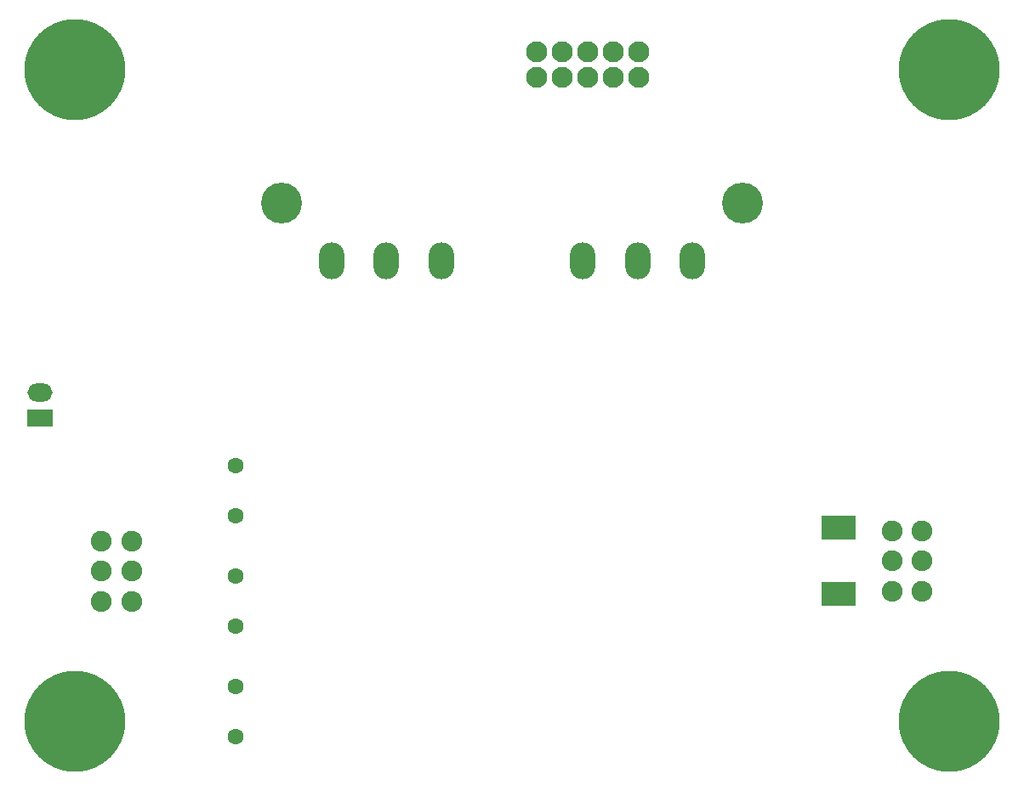
<source format=gbr>
%TF.GenerationSoftware,Altium Limited,Altium Designer,25.3.3 (18)*%
G04 Layer_Color=16711935*
%FSLAX45Y45*%
%MOMM*%
%TF.SameCoordinates,6C4DDBA2-F481-4B1E-A352-F181FF77F2E2*%
%TF.FilePolarity,Negative*%
%TF.FileFunction,Soldermask,Bot*%
%TF.Part,Single*%
G01*
G75*
%TA.AperFunction,ComponentPad*%
%ADD114C,1.60000*%
%ADD115C,2.10000*%
%ADD116R,2.50000X1.80000*%
%ADD117O,2.50000X1.80000*%
%ADD118C,4.07600*%
%ADD119O,2.51600X3.67600*%
%TA.AperFunction,ViaPad*%
%ADD120C,10.07600*%
%TA.AperFunction,ComponentPad*%
%ADD121C,0.07600*%
%ADD122C,2.07600*%
%TA.AperFunction,SMDPad,CuDef*%
%ADD123R,3.37600X2.47600*%
D114*
X2200000Y2050000D02*
D03*
X2200000Y1550000D02*
D03*
Y450000D02*
D03*
X2200000Y950000D02*
D03*
X2200000Y2650000D02*
D03*
X2200000Y3150000D02*
D03*
D115*
X5192000Y7023000D02*
D03*
Y7277000D02*
D03*
X5446000Y7023000D02*
D03*
Y7277000D02*
D03*
X5700000Y7023000D02*
D03*
Y7277000D02*
D03*
X5954000Y7023000D02*
D03*
Y7277000D02*
D03*
X6208000Y7023000D02*
D03*
Y7277000D02*
D03*
D116*
X250000Y3623000D02*
D03*
D117*
Y3877000D02*
D03*
D118*
X7247000Y5767000D02*
D03*
X2653000D02*
D03*
D119*
X5656000Y5195500D02*
D03*
X6200000D02*
D03*
X6744000D02*
D03*
X3156000D02*
D03*
X3700000D02*
D03*
X4244000D02*
D03*
D120*
X600000Y7100000D02*
D03*
X9300000Y600000D02*
D03*
Y7100000D02*
D03*
X600000Y600000D02*
D03*
D121*
X435000Y2100000D02*
D03*
X9465000Y2200000D02*
D03*
D122*
X1165000Y2400000D02*
D03*
Y2100000D02*
D03*
Y1800000D02*
D03*
X865000Y2400000D02*
D03*
Y2100000D02*
D03*
Y1800000D02*
D03*
X8735000Y1900000D02*
D03*
Y2200000D02*
D03*
Y2500000D02*
D03*
X9035000Y1900000D02*
D03*
Y2200000D02*
D03*
Y2500000D02*
D03*
D123*
X8200000Y2530000D02*
D03*
Y1870000D02*
D03*
%TF.MD5,654d4ce35abfbb4db623352bea2e8ce7*%
M02*

</source>
